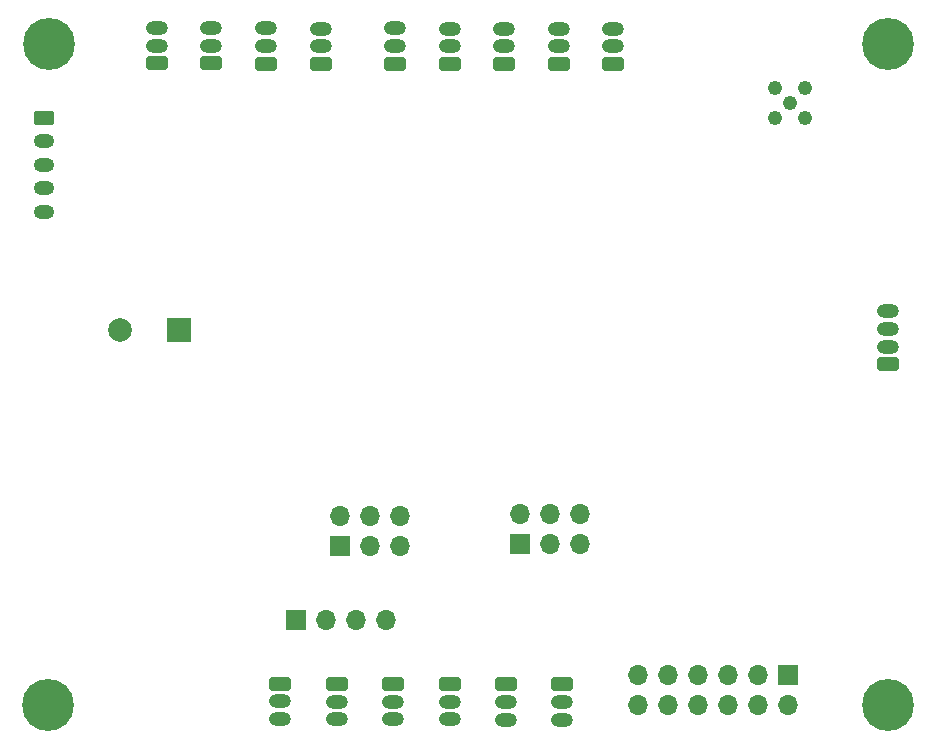
<source format=gbr>
%TF.GenerationSoftware,KiCad,Pcbnew,8.0.3-8.0.3-0~ubuntu22.04.1*%
%TF.CreationDate,2024-08-07T12:57:25+03:00*%
%TF.ProjectId,control_body,636f6e74-726f-46c5-9f62-6f64792e6b69,rev?*%
%TF.SameCoordinates,Original*%
%TF.FileFunction,Soldermask,Bot*%
%TF.FilePolarity,Negative*%
%FSLAX46Y46*%
G04 Gerber Fmt 4.6, Leading zero omitted, Abs format (unit mm)*
G04 Created by KiCad (PCBNEW 8.0.3-8.0.3-0~ubuntu22.04.1) date 2024-08-07 12:57:25*
%MOMM*%
%LPD*%
G01*
G04 APERTURE LIST*
G04 Aperture macros list*
%AMRoundRect*
0 Rectangle with rounded corners*
0 $1 Rounding radius*
0 $2 $3 $4 $5 $6 $7 $8 $9 X,Y pos of 4 corners*
0 Add a 4 corners polygon primitive as box body*
4,1,4,$2,$3,$4,$5,$6,$7,$8,$9,$2,$3,0*
0 Add four circle primitives for the rounded corners*
1,1,$1+$1,$2,$3*
1,1,$1+$1,$4,$5*
1,1,$1+$1,$6,$7*
1,1,$1+$1,$8,$9*
0 Add four rect primitives between the rounded corners*
20,1,$1+$1,$2,$3,$4,$5,0*
20,1,$1+$1,$4,$5,$6,$7,0*
20,1,$1+$1,$6,$7,$8,$9,0*
20,1,$1+$1,$8,$9,$2,$3,0*%
G04 Aperture macros list end*
%ADD10R,1.700000X1.700000*%
%ADD11O,1.700000X1.700000*%
%ADD12RoundRect,0.250000X-0.685000X0.335000X-0.685000X-0.335000X0.685000X-0.335000X0.685000X0.335000X0*%
%ADD13O,1.870000X1.170000*%
%ADD14RoundRect,0.250000X0.685000X-0.335000X0.685000X0.335000X-0.685000X0.335000X-0.685000X-0.335000X0*%
%ADD15C,0.700000*%
%ADD16C,4.400000*%
%ADD17RoundRect,0.250000X-0.625000X0.350000X-0.625000X-0.350000X0.625000X-0.350000X0.625000X0.350000X0*%
%ADD18O,1.750000X1.200000*%
%ADD19C,1.240000*%
%ADD20R,2.000000X2.000000*%
%ADD21C,2.000000*%
G04 APERTURE END LIST*
D10*
%TO.C,J21*%
X151830000Y-109350000D03*
D11*
X151830000Y-106810000D03*
X154370000Y-109350000D03*
X154370000Y-106810000D03*
X156910000Y-109350000D03*
X156910000Y-106810000D03*
%TD*%
D12*
%TO.C,J16*%
X141090000Y-121190000D03*
D13*
X141090000Y-122690000D03*
X141090000Y-124190000D03*
%TD*%
D14*
%TO.C,J8*%
X145890000Y-68720000D03*
D13*
X145890000Y-67220000D03*
X145890000Y-65720000D03*
%TD*%
D10*
%TO.C,J3*%
X136575000Y-109505000D03*
D11*
X136575000Y-106965000D03*
X139115000Y-109505000D03*
X139115000Y-106965000D03*
X141655000Y-109505000D03*
X141655000Y-106965000D03*
%TD*%
D14*
%TO.C,J20*%
X183020000Y-94140000D03*
D13*
X183020000Y-92640000D03*
X183020000Y-91140000D03*
X183020000Y-89640000D03*
%TD*%
D15*
%TO.C,H1*%
X181350000Y-67000000D03*
X181833274Y-65833274D03*
X181833274Y-68166726D03*
X183000000Y-65350000D03*
D16*
X183000000Y-67000000D03*
D15*
X183000000Y-68650000D03*
X184166726Y-65833274D03*
X184166726Y-68166726D03*
X184650000Y-67000000D03*
%TD*%
D10*
%TO.C,J23*%
X174500000Y-120460000D03*
D11*
X174500000Y-123000000D03*
X171960000Y-120460000D03*
X171960000Y-123000000D03*
X169420000Y-120460000D03*
X169420000Y-123000000D03*
X166880000Y-120460000D03*
X166880000Y-123000000D03*
X164340000Y-120460000D03*
X164340000Y-123000000D03*
X161800000Y-120460000D03*
X161800000Y-123000000D03*
%TD*%
D12*
%TO.C,J10*%
X131530000Y-121180000D03*
D13*
X131530000Y-122680000D03*
X131530000Y-124180000D03*
%TD*%
D17*
%TO.C,J14*%
X111500000Y-73250000D03*
D18*
X111500000Y-75250000D03*
X111500000Y-77250000D03*
X111500000Y-79250000D03*
X111500000Y-81250000D03*
%TD*%
D15*
%TO.C,H3*%
X110250000Y-123000000D03*
X110733274Y-121833274D03*
X110733274Y-124166726D03*
X111900000Y-121350000D03*
D16*
X111900000Y-123000000D03*
D15*
X111900000Y-124650000D03*
X113066726Y-121833274D03*
X113066726Y-124166726D03*
X113550000Y-123000000D03*
%TD*%
D10*
%TO.C,J4*%
X132880000Y-115750000D03*
D11*
X135420000Y-115750000D03*
X137960000Y-115750000D03*
X140500000Y-115750000D03*
%TD*%
D14*
%TO.C,J7*%
X150520000Y-68720000D03*
D13*
X150520000Y-67220000D03*
X150520000Y-65720000D03*
%TD*%
D14*
%TO.C,J11*%
X130310000Y-68690000D03*
D13*
X130310000Y-67190000D03*
X130310000Y-65690000D03*
%TD*%
D12*
%TO.C,J15*%
X136320000Y-121200000D03*
D13*
X136320000Y-122700000D03*
X136320000Y-124200000D03*
%TD*%
D12*
%TO.C,J18*%
X150680000Y-121220000D03*
D13*
X150680000Y-122720000D03*
X150680000Y-124220000D03*
%TD*%
D14*
%TO.C,J9*%
X141260000Y-68700000D03*
D13*
X141260000Y-67200000D03*
X141260000Y-65700000D03*
%TD*%
D14*
%TO.C,J5*%
X159740000Y-68720000D03*
D13*
X159740000Y-67220000D03*
X159740000Y-65720000D03*
%TD*%
D12*
%TO.C,J17*%
X145900000Y-121200000D03*
D13*
X145900000Y-122700000D03*
X145900000Y-124200000D03*
%TD*%
D14*
%TO.C,J12*%
X125700000Y-68670000D03*
D13*
X125700000Y-67170000D03*
X125700000Y-65670000D03*
%TD*%
D19*
%TO.C,AE2*%
X174660000Y-72030000D03*
X173390000Y-70760000D03*
X173390000Y-73300000D03*
X175930000Y-70760000D03*
X175930000Y-73300000D03*
%TD*%
D12*
%TO.C,J19*%
X155410000Y-121240000D03*
D13*
X155410000Y-122740000D03*
X155410000Y-124240000D03*
%TD*%
D14*
%TO.C,J1*%
X134950000Y-68730000D03*
D13*
X134950000Y-67230000D03*
X134950000Y-65730000D03*
%TD*%
D15*
%TO.C,H4*%
X181350000Y-123000000D03*
X181833274Y-121833274D03*
X181833274Y-124166726D03*
X183000000Y-121350000D03*
D16*
X183000000Y-123000000D03*
D15*
X183000000Y-124650000D03*
X184166726Y-121833274D03*
X184166726Y-124166726D03*
X184650000Y-123000000D03*
%TD*%
D20*
%TO.C,BZ1*%
X123000000Y-91250000D03*
D21*
X118000000Y-91250000D03*
%TD*%
D15*
%TO.C,H2*%
X110350000Y-67000000D03*
X110833274Y-65833274D03*
X110833274Y-68166726D03*
X112000000Y-65350000D03*
D16*
X112000000Y-67000000D03*
D15*
X112000000Y-68650000D03*
X113166726Y-65833274D03*
X113166726Y-68166726D03*
X113650000Y-67000000D03*
%TD*%
D14*
%TO.C,J6*%
X155130000Y-68710000D03*
D13*
X155130000Y-67210000D03*
X155130000Y-65710000D03*
%TD*%
D14*
%TO.C,J13*%
X121080000Y-68660000D03*
D13*
X121080000Y-67160000D03*
X121080000Y-65660000D03*
%TD*%
M02*

</source>
